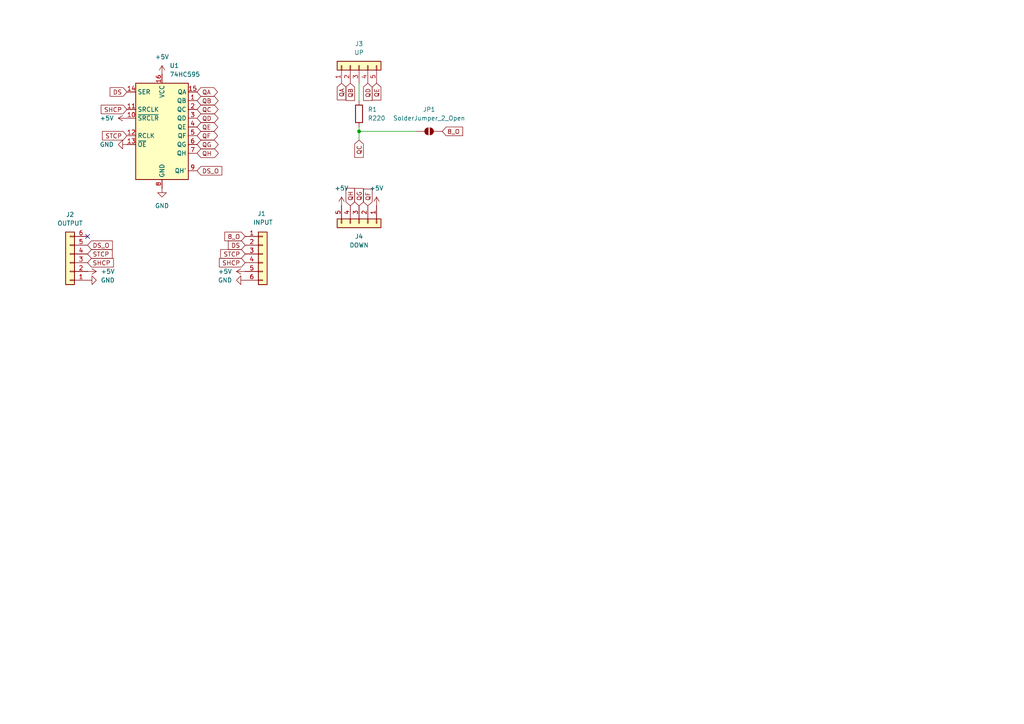
<source format=kicad_sch>
(kicad_sch (version 20231120) (generator "eeschema") (generator_version "8.0")
  (paper "A4")
  (lib_symbols
    (symbol "74xx:74HC595"
      (property "Reference" "U" (at -7.62 13.97 0))
      (property "Value" "74HC595" (at -7.62 -16.51 0))
      (symbol "74HC595_1_0"
        (pin tri_state line (at 10.16 7.62 180) (length 2.54) (name "QB") (number "1"))
        (pin input line (at -10.16 2.54 0) (length 2.54) (name "~{SRCLR}") (number "10"))
        (pin input line (at -10.16 5.08 0) (length 2.54) (name "SRCLK") (number "11"))
        (pin input line (at -10.16 -2.54 0) (length 2.54) (name "RCLK") (number "12"))
        (pin input line (at -10.16 -5.08 0) (length 2.54) (name "~{OE}") (number "13"))
        (pin input line (at -10.16 10.16 0) (length 2.54) (name "SER") (number "14"))
        (pin tri_state line (at 10.16 10.16 180) (length 2.54) (name "QA") (number "15"))
        (pin power_in line (at 0 15.24 270) (length 2.54) (name "VCC") (number "16"))
        (pin tri_state line (at 10.16 5.08 180) (length 2.54) (name "QC") (number "2"))
        (pin tri_state line (at 10.16 2.54 180) (length 2.54) (name "QD") (number "3"))
        (pin tri_state line (at 10.16 0 180) (length 2.54) (name "QE") (number "4"))
        (pin tri_state line (at 10.16 -2.54 180) (length 2.54) (name "QF") (number "5"))
        (pin tri_state line (at 10.16 -5.08 180) (length 2.54) (name "QG") (number "6"))
        (pin tri_state line (at 10.16 -7.62 180) (length 2.54) (name "QH") (number "7"))
        (pin power_in line (at 0 -17.78 90) (length 2.54) (name "GND") (number "8"))
        (pin output line (at 10.16 -12.7 180) (length 2.54) (name "QH'") (number "9"))
      )
      (symbol "74HC595_1_1"
        (rectangle (start -7.62 12.7) (end 7.62 -15.24) (stroke (width 0.254)) (fill (type background)))
      )
    )
    (symbol "Connector_Generic:Conn_01x05" (pin_names (offset 1.016) hide)
      (property "Reference" "J" (at 0 7.62 0))
      (property "Value" "Conn_01x05" (at 0 -7.62 0))
      (symbol "Conn_01x05_1_1"
        (rectangle (start -1.27 -4.953) (end 0 -5.207) (stroke (width 0.1524)))
        (rectangle (start -1.27 -2.413) (end 0 -2.667) (stroke (width 0.1524)))
        (rectangle (start -1.27 0.127) (end 0 -0.127) (stroke (width 0.1524)))
        (rectangle (start -1.27 2.667) (end 0 2.413) (stroke (width 0.1524)))
        (rectangle (start -1.27 5.207) (end 0 4.953) (stroke (width 0.1524)))
        (rectangle (start -1.27 6.35) (end 1.27 -6.35) (stroke (width 0.254)) (fill (type background)))
        (pin passive line (at -5.08 5.08 0) (length 3.81) (name "Pin_1") (number "1"))
        (pin passive line (at -5.08 2.54 0) (length 3.81) (name "Pin_2") (number "2"))
        (pin passive line (at -5.08 0 0) (length 3.81) (name "Pin_3") (number "3"))
        (pin passive line (at -5.08 -2.54 0) (length 3.81) (name "Pin_4") (number "4"))
        (pin passive line (at -5.08 -5.08 0) (length 3.81) (name "Pin_5") (number "5"))
      )
    )
    (symbol "Connector_Generic:Conn_01x06" (pin_names (offset 1.016) hide)
      (property "Reference" "J" (at 0 7.62 0))
      (property "Value" "Conn_01x06" (at 0 -10.16 0))
      (symbol "Conn_01x06_1_1"
        (rectangle (start -1.27 -7.493) (end 0 -7.747) (stroke (width 0.1524)))
        (rectangle (start -1.27 -4.953) (end 0 -5.207) (stroke (width 0.1524)))
        (rectangle (start -1.27 -2.413) (end 0 -2.667) (stroke (width 0.1524)))
        (rectangle (start -1.27 0.127) (end 0 -0.127) (stroke (width 0.1524)))
        (rectangle (start -1.27 2.667) (end 0 2.413) (stroke (width 0.1524)))
        (rectangle (start -1.27 5.207) (end 0 4.953) (stroke (width 0.1524)))
        (rectangle (start -1.27 6.35) (end 1.27 -8.89) (stroke (width 0.254)) (fill (type background)))
        (pin passive line (at -5.08 5.08 0) (length 3.81) (name "Pin_1") (number "1"))
        (pin passive line (at -5.08 2.54 0) (length 3.81) (name "Pin_2") (number "2"))
        (pin passive line (at -5.08 0 0) (length 3.81) (name "Pin_3") (number "3"))
        (pin passive line (at -5.08 -2.54 0) (length 3.81) (name "Pin_4") (number "4"))
        (pin passive line (at -5.08 -5.08 0) (length 3.81) (name "Pin_5") (number "5"))
        (pin passive line (at -5.08 -7.62 0) (length 3.81) (name "Pin_6") (number "6"))
      )
    )
    (symbol "Device:R" (pin_numbers hide) (pin_names (offset 0))
      (property "Reference" "R" (at 2.032 0 90))
      (property "Value" "R" (at 0 0 90))
      (symbol "R_0_1"
        (rectangle (start -1.016 -2.54) (end 1.016 2.54) (stroke (width 0.254)))
      )
      (symbol "R_1_1"
        (pin passive line (at 0 3.81 270) (length 1.27) (name "~") (number "1"))
        (pin passive line (at 0 -3.81 90) (length 1.27) (name "~") (number "2"))
      )
    )
    (symbol "Jumper:SolderJumper_2_Open" (pin_numbers hide) (pin_names (offset 0) hide) (exclude_from_sim yes) (in_bom no)
      (property "Reference" "JP" (at 0 2.032 0))
      (property "Value" "SolderJumper_2_Open" (at 0 -2.54 0))
      (symbol "SolderJumper_2_Open_0_1"
        (arc (start -0.254 1.016) (mid -1.2656 0) (end -0.254 -1.016))
        (arc (start -0.254 1.016) (mid -1.2656 0) (end -0.254 -1.016) (fill (type outline)))
        (polyline (pts (xy -0.254 1.016) (xy -0.254 -1.016)))
        (polyline (pts (xy 0.254 1.016) (xy 0.254 -1.016)))
        (arc (start 0.254 -1.016) (mid 1.2656 0) (end 0.254 1.016))
        (arc (start 0.254 -1.016) (mid 1.2656 0) (end 0.254 1.016) (fill (type outline)))
      )
      (symbol "SolderJumper_2_Open_1_1"
        (pin passive line (at -3.81 0 0) (length 2.54) (name "A") (number "1"))
        (pin passive line (at 3.81 0 180) (length 2.54) (name "B") (number "2"))
      )
    )
    (symbol "power:+5V" (power) (pin_numbers hide) (pin_names (offset 0) hide)
      (property "Value" "+5V" (at 0 3.556 0))
      (symbol "+5V_0_1"
        (polyline (pts (xy -0.762 1.27) (xy 0 2.54)))
        (polyline (pts (xy 0 0) (xy 0 2.54)))
        (polyline (pts (xy 0 2.54) (xy 0.762 1.27)))
      )
      (symbol "+5V_1_1"
        (pin power_in line (at 0 0 90) (length 0) (name "~") (number "1"))
      )
    )
    (symbol "power:GND" (power) (pin_numbers hide) (pin_names (offset 0) hide)
      (property "Value" "GND" (at 0 -3.81 0))
      (symbol "GND_0_1"
        (polyline (pts (xy 0 0) (xy 0 -1.27) (xy 1.27 -1.27) (xy 0 -2.54) (xy -1.27 -1.27) (xy 0 -1.27)))
      )
      (symbol "GND_1_1"
        (pin power_in line (at 0 0 270) (length 0) (name "~") (number "1"))
      )
    )
  )
  (junction (at 104.14 38.1))
  (no_connect (at 25.4 68.58))
  (wire (pts (xy 104.14 24.13) (xy 104.14 29.21)))
  (wire (pts (xy 104.14 36.83) (xy 104.14 38.1)))
  (wire (pts (xy 104.14 38.1) (xy 104.14 40.64)))
  (wire (pts (xy 104.14 38.1) (xy 120.65 38.1)))
  (global_label "QC" (shape input) (at 104.14 40.64 270) (property "Intersheetrefs" "${INTERSHEET_REFS}" (effects (hide yes))))
  (global_label "SHCP" (shape input) (at 25.4 76.2 0) (property "Intersheetrefs" "${INTERSHEET_REFS}" (effects (hide yes))))
  (global_label "DS_O" (shape input) (at 25.4 71.12 0) (property "Intersheetrefs" "${INTERSHEET_REFS}" (effects (hide yes))))
  (global_label "QF" (shape tri_state) (at 57.15 39.37 0) (property "Intersheetrefs" "${INTERSHEET_REFS}" (effects (hide yes))))
  (global_label "QG" (shape input) (at 104.14 59.69 90) (property "Intersheetrefs" "${INTERSHEET_REFS}" (effects (hide yes))))
  (global_label "8_O" (shape input) (at 71.12 68.58 180) (property "Intersheetrefs" "${INTERSHEET_REFS}" (effects (hide yes))))
  (global_label "STCP" (shape input) (at 25.4 73.66 0) (property "Intersheetrefs" "${INTERSHEET_REFS}" (effects (hide yes))))
  (global_label "QA" (shape input) (at 99.06 24.13 270) (property "Intersheetrefs" "${INTERSHEET_REFS}" (effects (hide yes))))
  (global_label "QB" (shape input) (at 101.6 24.13 270) (property "Intersheetrefs" "${INTERSHEET_REFS}" (effects (hide yes))))
  (global_label "QH" (shape input) (at 101.6 59.69 90) (property "Intersheetrefs" "${INTERSHEET_REFS}" (effects (hide yes))))
  (global_label "DS_O" (shape input) (at 57.15 49.53 0) (property "Intersheetrefs" "${INTERSHEET_REFS}" (effects (hide yes))))
  (global_label "QE" (shape tri_state) (at 57.15 36.83 0) (property "Intersheetrefs" "${INTERSHEET_REFS}" (effects (hide yes))))
  (global_label "QC" (shape tri_state) (at 57.15 31.75 0) (property "Intersheetrefs" "${INTERSHEET_REFS}" (effects (hide yes))))
  (global_label "DS" (shape input) (at 36.83 26.67 180) (property "Intersheetrefs" "${INTERSHEET_REFS}" (effects (hide yes))))
  (global_label "SHCP" (shape input) (at 36.83 31.75 180) (property "Intersheetrefs" "${INTERSHEET_REFS}" (effects (hide yes))))
  (global_label "QD" (shape input) (at 106.68 24.13 270) (property "Intersheetrefs" "${INTERSHEET_REFS}" (effects (hide yes))))
  (global_label "STCP" (shape input) (at 71.12 73.66 180) (property "Intersheetrefs" "${INTERSHEET_REFS}" (effects (hide yes))))
  (global_label "QD" (shape tri_state) (at 57.15 34.29 0) (property "Intersheetrefs" "${INTERSHEET_REFS}" (effects (hide yes))))
  (global_label "8_O" (shape input) (at 128.27 38.1 0) (property "Intersheetrefs" "${INTERSHEET_REFS}" (effects (hide yes))))
  (global_label "QA" (shape tri_state) (at 57.15 26.67 0) (property "Intersheetrefs" "${INTERSHEET_REFS}" (effects (hide yes))))
  (global_label "QH" (shape tri_state) (at 57.15 44.45 0) (property "Intersheetrefs" "${INTERSHEET_REFS}" (effects (hide yes))))
  (global_label "SHCP" (shape input) (at 71.12 76.2 180) (property "Intersheetrefs" "${INTERSHEET_REFS}" (effects (hide yes))))
  (global_label "QG" (shape tri_state) (at 57.15 41.91 0) (property "Intersheetrefs" "${INTERSHEET_REFS}" (effects (hide yes))))
  (global_label "QF" (shape input) (at 106.68 59.69 90) (property "Intersheetrefs" "${INTERSHEET_REFS}" (effects (hide yes))))
  (global_label "QE" (shape input) (at 109.22 24.13 270) (property "Intersheetrefs" "${INTERSHEET_REFS}" (effects (hide yes))))
  (global_label "STCP" (shape input) (at 36.83 39.37 180) (property "Intersheetrefs" "${INTERSHEET_REFS}" (effects (hide yes))))
  (global_label "QB" (shape tri_state) (at 57.15 29.21 0) (property "Intersheetrefs" "${INTERSHEET_REFS}" (effects (hide yes))))
  (global_label "DS" (shape input) (at 71.12 71.12 180) (property "Intersheetrefs" "${INTERSHEET_REFS}" (effects (hide yes))))
  (symbol (lib_id "Connector_Generic:Conn_01x05") (at 104.14 19.05 90) (unit 1)
    (property "Reference" "J3" (at 104.14 12.7 90))
    (property "Value" "UP" (at 104.14 15.24 90))
    (property "Footprint" "Connector_PinHeader_2.54mm:PinHeader_1x05_P2.54mm_Vertical" (effects (hide yes)))
    (property "Description" "Generic connector, single row, 01x05, script generated (kicad-library-utils/schlib/autogen/connector/)" (effects (hide yes)))
  )
  (symbol (lib_id "power:+5V") (at 109.22 59.69 0) (unit 1)
    (property "Reference" "#PWR09" (effects (hide yes)))
    (property "Value" "+5V" (at 109.22 54.61 0))
    (property "Description" "Power symbol creates a global label with name \"+5V\"" (effects (hide yes)))
  )
  (symbol (lib_id "power:+5V") (at 71.12 78.74 90) (unit 1)
    (property "Reference" "#PWR04" (effects (hide yes)))
    (property "Value" "+5V" (at 67.31 78.7399 90) (effects (justify left)))
    (property "Description" "Power symbol creates a global label with name \"+5V\"" (effects (hide yes)))
  )
  (symbol (lib_id "power:GND") (at 25.4 81.28 90) (unit 1)
    (property "Reference" "#PWR02" (effects (hide yes)))
    (property "Value" "GND" (at 29.21 81.2799 90) (effects (justify right)))
    (property "Description" "Power symbol creates a global label with name \"GND\" , ground" (effects (hide yes)))
  )
  (symbol (lib_id "Connector_Generic:Conn_01x06") (at 76.2 73.66 0) (unit 1)
    (property "Reference" "J1" (at 74.676 61.976 0) (effects (justify left)))
    (property "Value" "INPUT" (at 73.406 64.516 0) (effects (justify left)))
    (property "Footprint" "Connector_PinHeader_2.54mm:PinHeader_1x06_P2.54mm_Vertical" (effects (hide yes)))
    (property "Description" "Generic connector, single row, 01x06, script generated (kicad-library-utils/schlib/autogen/connector/)" (effects (hide yes)))
  )
  (symbol (lib_id "Device:R") (at 104.14 33.02 0) (unit 1)
    (property "Reference" "R1" (at 106.68 31.7499 0) (effects (justify left)))
    (property "Value" "R220" (at 106.68 34.2899 0) (effects (justify left)))
    (property "Footprint" "Resistor_SMD:R_0603_1608Metric_Pad0.98x0.95mm_HandSolder" (effects (hide yes)))
    (property "Description" "Resistor" (effects (hide yes)))
  )
  (symbol (lib_id "power:+5V") (at 46.99 21.59 0) (unit 1)
    (property "Reference" "#PWR05" (effects (hide yes)))
    (property "Value" "+5V" (at 46.99 16.51 0))
    (property "Description" "Power symbol creates a global label with name \"+5V\"" (effects (hide yes)))
  )
  (symbol (lib_id "power:GND") (at 71.12 81.28 270) (unit 1)
    (property "Reference" "#PWR01" (effects (hide yes)))
    (property "Value" "GND" (at 67.31 81.2799 90) (effects (justify right)))
    (property "Description" "Power symbol creates a global label with name \"GND\" , ground" (effects (hide yes)))
  )
  (symbol (lib_id "Connector_Generic:Conn_01x05") (at 104.14 64.77 270) (unit 1)
    (property "Reference" "J4" (at 104.14 68.58 90))
    (property "Value" "DOWN" (at 104.14 71.12 90))
    (property "Footprint" "Connector_PinHeader_2.54mm:PinHeader_1x05_P2.54mm_Vertical" (effects (hide yes)))
    (property "Description" "Generic connector, single row, 01x05, script generated (kicad-library-utils/schlib/autogen/connector/)" (effects (hide yes)))
  )
  (symbol (lib_id "power:+5V") (at 36.83 34.29 90) (unit 1)
    (property "Reference" "#PWR08" (effects (hide yes)))
    (property "Value" "+5V" (at 33.02 34.2899 90) (effects (justify left)))
    (property "Description" "Power symbol creates a global label with name \"+5V\"" (effects (hide yes)))
  )
  (symbol (lib_id "power:GND") (at 46.99 54.61 0) (unit 1)
    (property "Reference" "#PWR06" (effects (hide yes)))
    (property "Value" "GND" (at 46.99 59.69 0))
    (property "Description" "Power symbol creates a global label with name \"GND\" , ground" (effects (hide yes)))
  )
  (symbol (lib_id "Jumper:SolderJumper_2_Open") (at 124.46 38.1 0) (unit 1) (exclude_from_sim yes) (in_bom no)
    (property "Reference" "JP1" (at 124.46 31.75 0))
    (property "Value" "SolderJumper_2_Open" (at 124.46 34.29 0))
    (property "Footprint" "Jumper:SolderJumper-2_P1.3mm_Open_RoundedPad1.0x1.5mm" (effects (hide yes)))
    (property "Description" "Solder Jumper, 2-pole, open" (effects (hide yes)))
  )
  (symbol (lib_id "74xx:74HC595") (at 46.99 36.83 0) (unit 1)
    (property "Reference" "U1" (at 49.1841 19.05 0) (effects (justify left)))
    (property "Value" "74HC595" (at 49.1841 21.59 0) (effects (justify left)))
    (property "Footprint" "Display:TSSOP16" (effects (hide yes)))
    (property "Datasheet" "http://www.ti.com/lit/ds/symlink/sn74hc595.pdf" (effects (hide yes)))
    (property "Description" "8-bit serial in/out Shift Register 3-State Outputs" (effects (hide yes)))
  )
  (symbol (lib_id "power:+5V") (at 25.4 78.74 270) (unit 1)
    (property "Reference" "#PWR03" (effects (hide yes)))
    (property "Value" "+5V" (at 29.21 78.7399 90) (effects (justify left)))
    (property "Description" "Power symbol creates a global label with name \"+5V\"" (effects (hide yes)))
  )
  (symbol (lib_id "power:GND") (at 36.83 41.91 270) (unit 1)
    (property "Reference" "#PWR07" (effects (hide yes)))
    (property "Value" "GND" (at 33.02 41.9099 90) (effects (justify right)))
    (property "Description" "Power symbol creates a global label with name \"GND\" , ground" (effects (hide yes)))
  )
  (symbol (lib_id "power:+5V") (at 99.06 59.69 0) (unit 1)
    (property "Reference" "#PWR010" (effects (hide yes)))
    (property "Value" "+5V" (at 99.06 54.61 0))
    (property "Description" "Power symbol creates a global label with name \"+5V\"" (effects (hide yes)))
  )
  (symbol (lib_id "Connector_Generic:Conn_01x06") (at 20.32 76.2 180) (unit 1)
    (property "Reference" "J2" (at 20.32 62.23 0))
    (property "Value" "OUTPUT" (at 20.32 64.77 0))
    (property "Footprint" "Connector_PinHeader_2.54mm:PinHeader_1x06_P2.54mm_Vertical" (effects (hide yes)))
    (property "Description" "Generic connector, single row, 01x06, script generated (kicad-library-utils/schlib/autogen/connector/)" (effects (hide yes)))
  )
)
</source>
